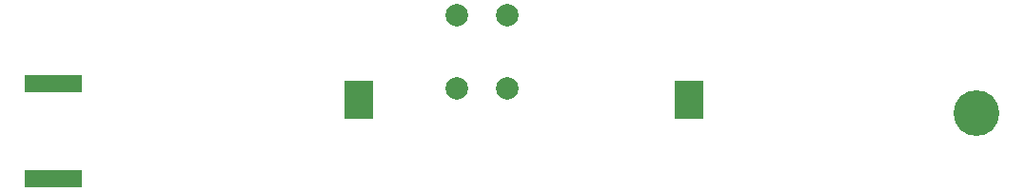
<source format=gbr>
G04 #@! TF.GenerationSoftware,KiCad,Pcbnew,(5.0.0-rc2-dev-311-g1dd4af297)*
G04 #@! TF.CreationDate,2018-03-29T11:26:02-07:00*
G04 #@! TF.ProjectId,Lupo_Testing,4C75706F5F54657374696E672E6B6963,rev?*
G04 #@! TF.SameCoordinates,Original*
G04 #@! TF.FileFunction,Copper,L2,Bot,Signal*
G04 #@! TF.FilePolarity,Positive*
%FSLAX46Y46*%
G04 Gerber Fmt 4.6, Leading zero omitted, Abs format (unit mm)*
G04 Created by KiCad (PCBNEW (5.0.0-rc2-dev-311-g1dd4af297)) date 03/29/18 11:26:02*
%MOMM*%
%LPD*%
G01*
G04 APERTURE LIST*
%ADD10R,2.540000X3.510000*%
%ADD11R,5.080000X1.500000*%
%ADD12C,4.064000*%
%ADD13C,2.000000*%
G04 APERTURE END LIST*
D10*
X244550000Y-95123000D03*
X215190000Y-95123000D03*
D11*
X187960000Y-102167000D03*
X187960000Y-93667000D03*
D12*
X270129000Y-96266000D03*
D13*
X223901000Y-87607000D03*
X228401000Y-87607000D03*
X223901000Y-94107000D03*
X228401000Y-94107000D03*
M02*

</source>
